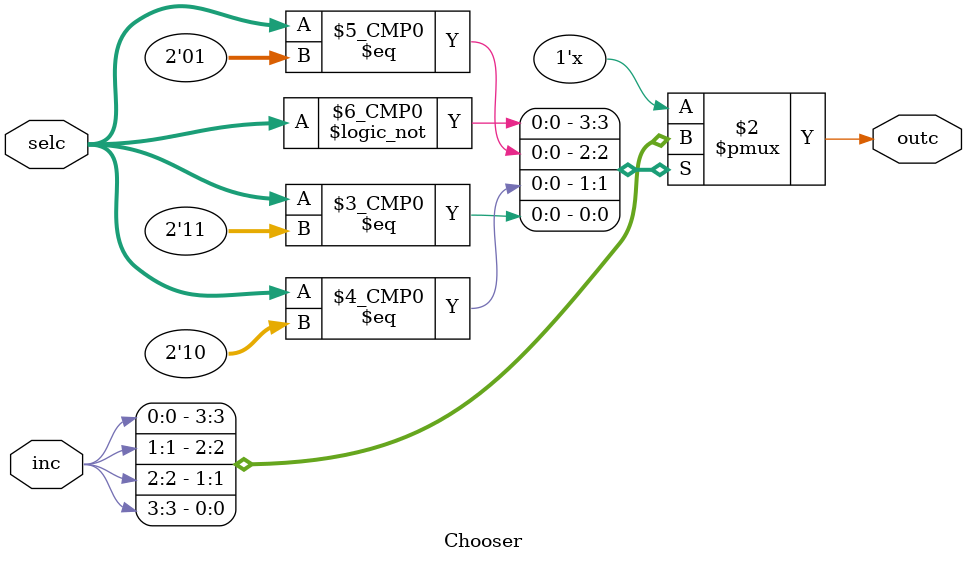
<source format=v>
module Chooser(inc,selc,outc);
	input [3:0]inc;
	input[1:0]selc;
	output reg outc;
	always @ (selc or inc)
		case(selc)
			2'd0:outc = inc[0];
			2'd1:outc = inc[1];
			2'd2:outc = inc[2];
			2'd3:outc = inc[3];
			default:outc = inc[0];
		endcase
endmodule
</source>
